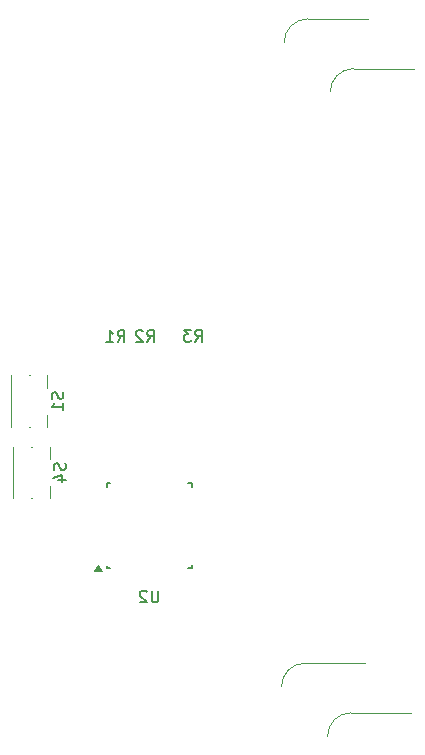
<source format=gbr>
%TF.GenerationSoftware,KiCad,Pcbnew,8.0.2*%
%TF.CreationDate,2024-05-25T17:49:00-05:00*%
%TF.ProjectId,kicad_timer,6b696361-645f-4746-996d-65722e6b6963,rev?*%
%TF.SameCoordinates,Original*%
%TF.FileFunction,Legend,Bot*%
%TF.FilePolarity,Positive*%
%FSLAX46Y46*%
G04 Gerber Fmt 4.6, Leading zero omitted, Abs format (unit mm)*
G04 Created by KiCad (PCBNEW 8.0.2) date 2024-05-25 17:49:00*
%MOMM*%
%LPD*%
G01*
G04 APERTURE LIST*
%ADD10C,0.150000*%
%ADD11C,0.120000*%
G04 APERTURE END LIST*
D10*
X137986666Y-89004819D02*
X138319999Y-88528628D01*
X138558094Y-89004819D02*
X138558094Y-88004819D01*
X138558094Y-88004819D02*
X138177142Y-88004819D01*
X138177142Y-88004819D02*
X138081904Y-88052438D01*
X138081904Y-88052438D02*
X138034285Y-88100057D01*
X138034285Y-88100057D02*
X137986666Y-88195295D01*
X137986666Y-88195295D02*
X137986666Y-88338152D01*
X137986666Y-88338152D02*
X138034285Y-88433390D01*
X138034285Y-88433390D02*
X138081904Y-88481009D01*
X138081904Y-88481009D02*
X138177142Y-88528628D01*
X138177142Y-88528628D02*
X138558094Y-88528628D01*
X137034285Y-89004819D02*
X137605713Y-89004819D01*
X137319999Y-89004819D02*
X137319999Y-88004819D01*
X137319999Y-88004819D02*
X137415237Y-88147676D01*
X137415237Y-88147676D02*
X137510475Y-88242914D01*
X137510475Y-88242914D02*
X137605713Y-88290533D01*
X133537200Y-99280595D02*
X133584819Y-99423452D01*
X133584819Y-99423452D02*
X133584819Y-99661547D01*
X133584819Y-99661547D02*
X133537200Y-99756785D01*
X133537200Y-99756785D02*
X133489580Y-99804404D01*
X133489580Y-99804404D02*
X133394342Y-99852023D01*
X133394342Y-99852023D02*
X133299104Y-99852023D01*
X133299104Y-99852023D02*
X133203866Y-99804404D01*
X133203866Y-99804404D02*
X133156247Y-99756785D01*
X133156247Y-99756785D02*
X133108628Y-99661547D01*
X133108628Y-99661547D02*
X133061009Y-99471071D01*
X133061009Y-99471071D02*
X133013390Y-99375833D01*
X133013390Y-99375833D02*
X132965771Y-99328214D01*
X132965771Y-99328214D02*
X132870533Y-99280595D01*
X132870533Y-99280595D02*
X132775295Y-99280595D01*
X132775295Y-99280595D02*
X132680057Y-99328214D01*
X132680057Y-99328214D02*
X132632438Y-99375833D01*
X132632438Y-99375833D02*
X132584819Y-99471071D01*
X132584819Y-99471071D02*
X132584819Y-99709166D01*
X132584819Y-99709166D02*
X132632438Y-99852023D01*
X132918152Y-100709166D02*
X133584819Y-100709166D01*
X132537200Y-100471071D02*
X133251485Y-100232976D01*
X133251485Y-100232976D02*
X133251485Y-100852023D01*
X141441904Y-110047319D02*
X141441904Y-110856842D01*
X141441904Y-110856842D02*
X141394285Y-110952080D01*
X141394285Y-110952080D02*
X141346666Y-110999700D01*
X141346666Y-110999700D02*
X141251428Y-111047319D01*
X141251428Y-111047319D02*
X141060952Y-111047319D01*
X141060952Y-111047319D02*
X140965714Y-110999700D01*
X140965714Y-110999700D02*
X140918095Y-110952080D01*
X140918095Y-110952080D02*
X140870476Y-110856842D01*
X140870476Y-110856842D02*
X140870476Y-110047319D01*
X140441904Y-110142557D02*
X140394285Y-110094938D01*
X140394285Y-110094938D02*
X140299047Y-110047319D01*
X140299047Y-110047319D02*
X140060952Y-110047319D01*
X140060952Y-110047319D02*
X139965714Y-110094938D01*
X139965714Y-110094938D02*
X139918095Y-110142557D01*
X139918095Y-110142557D02*
X139870476Y-110237795D01*
X139870476Y-110237795D02*
X139870476Y-110333033D01*
X139870476Y-110333033D02*
X139918095Y-110475890D01*
X139918095Y-110475890D02*
X140489523Y-111047319D01*
X140489523Y-111047319D02*
X139870476Y-111047319D01*
X144546666Y-88954819D02*
X144879999Y-88478628D01*
X145118094Y-88954819D02*
X145118094Y-87954819D01*
X145118094Y-87954819D02*
X144737142Y-87954819D01*
X144737142Y-87954819D02*
X144641904Y-88002438D01*
X144641904Y-88002438D02*
X144594285Y-88050057D01*
X144594285Y-88050057D02*
X144546666Y-88145295D01*
X144546666Y-88145295D02*
X144546666Y-88288152D01*
X144546666Y-88288152D02*
X144594285Y-88383390D01*
X144594285Y-88383390D02*
X144641904Y-88431009D01*
X144641904Y-88431009D02*
X144737142Y-88478628D01*
X144737142Y-88478628D02*
X145118094Y-88478628D01*
X144213332Y-87954819D02*
X143594285Y-87954819D01*
X143594285Y-87954819D02*
X143927618Y-88335771D01*
X143927618Y-88335771D02*
X143784761Y-88335771D01*
X143784761Y-88335771D02*
X143689523Y-88383390D01*
X143689523Y-88383390D02*
X143641904Y-88431009D01*
X143641904Y-88431009D02*
X143594285Y-88526247D01*
X143594285Y-88526247D02*
X143594285Y-88764342D01*
X143594285Y-88764342D02*
X143641904Y-88859580D01*
X143641904Y-88859580D02*
X143689523Y-88907200D01*
X143689523Y-88907200D02*
X143784761Y-88954819D01*
X143784761Y-88954819D02*
X144070475Y-88954819D01*
X144070475Y-88954819D02*
X144165713Y-88907200D01*
X144165713Y-88907200D02*
X144213332Y-88859580D01*
X133357200Y-93238095D02*
X133404819Y-93380952D01*
X133404819Y-93380952D02*
X133404819Y-93619047D01*
X133404819Y-93619047D02*
X133357200Y-93714285D01*
X133357200Y-93714285D02*
X133309580Y-93761904D01*
X133309580Y-93761904D02*
X133214342Y-93809523D01*
X133214342Y-93809523D02*
X133119104Y-93809523D01*
X133119104Y-93809523D02*
X133023866Y-93761904D01*
X133023866Y-93761904D02*
X132976247Y-93714285D01*
X132976247Y-93714285D02*
X132928628Y-93619047D01*
X132928628Y-93619047D02*
X132881009Y-93428571D01*
X132881009Y-93428571D02*
X132833390Y-93333333D01*
X132833390Y-93333333D02*
X132785771Y-93285714D01*
X132785771Y-93285714D02*
X132690533Y-93238095D01*
X132690533Y-93238095D02*
X132595295Y-93238095D01*
X132595295Y-93238095D02*
X132500057Y-93285714D01*
X132500057Y-93285714D02*
X132452438Y-93333333D01*
X132452438Y-93333333D02*
X132404819Y-93428571D01*
X132404819Y-93428571D02*
X132404819Y-93666666D01*
X132404819Y-93666666D02*
X132452438Y-93809523D01*
X133404819Y-94761904D02*
X133404819Y-94190476D01*
X133404819Y-94476190D02*
X132404819Y-94476190D01*
X132404819Y-94476190D02*
X132547676Y-94380952D01*
X132547676Y-94380952D02*
X132642914Y-94285714D01*
X132642914Y-94285714D02*
X132690533Y-94190476D01*
X140486666Y-89004819D02*
X140819999Y-88528628D01*
X141058094Y-89004819D02*
X141058094Y-88004819D01*
X141058094Y-88004819D02*
X140677142Y-88004819D01*
X140677142Y-88004819D02*
X140581904Y-88052438D01*
X140581904Y-88052438D02*
X140534285Y-88100057D01*
X140534285Y-88100057D02*
X140486666Y-88195295D01*
X140486666Y-88195295D02*
X140486666Y-88338152D01*
X140486666Y-88338152D02*
X140534285Y-88433390D01*
X140534285Y-88433390D02*
X140581904Y-88481009D01*
X140581904Y-88481009D02*
X140677142Y-88528628D01*
X140677142Y-88528628D02*
X141058094Y-88528628D01*
X140105713Y-88100057D02*
X140058094Y-88052438D01*
X140058094Y-88052438D02*
X139962856Y-88004819D01*
X139962856Y-88004819D02*
X139724761Y-88004819D01*
X139724761Y-88004819D02*
X139629523Y-88052438D01*
X139629523Y-88052438D02*
X139581904Y-88100057D01*
X139581904Y-88100057D02*
X139534285Y-88195295D01*
X139534285Y-88195295D02*
X139534285Y-88290533D01*
X139534285Y-88290533D02*
X139581904Y-88433390D01*
X139581904Y-88433390D02*
X140153332Y-89004819D01*
X140153332Y-89004819D02*
X139534285Y-89004819D01*
D11*
%TO.C,S3*%
X153860000Y-116180000D02*
X158960000Y-116180000D01*
X157760000Y-120380000D02*
X162860000Y-120380000D01*
X151860000Y-118180000D02*
G75*
G02*
X153860000Y-116180000I1999999J1D01*
G01*
X155760000Y-122380000D02*
G75*
G02*
X157760000Y-120380000I1999999J1D01*
G01*
X154080000Y-61642500D02*
X159180000Y-61642500D01*
X157980000Y-65842500D02*
X163080000Y-65842500D01*
X152080000Y-63642500D02*
G75*
G02*
X154080000Y-61642500I1999999J1D01*
G01*
X155980000Y-67842500D02*
G75*
G02*
X157980000Y-65842500I1999999J1D01*
G01*
%TO.C,S4*%
X129130000Y-97842500D02*
X129130000Y-102242500D01*
X130730000Y-97842500D02*
X130630000Y-97842500D01*
X130730000Y-102242500D02*
X130630000Y-102242500D01*
X132230000Y-98892500D02*
X132230000Y-97842500D01*
X132230000Y-102242500D02*
X132230000Y-101192500D01*
D10*
%TO.C,U2*%
X137055000Y-101242500D02*
X137055000Y-100917500D01*
X137055000Y-107942500D02*
X137055000Y-108167500D01*
X137380000Y-100917500D02*
X137055000Y-100917500D01*
X137380000Y-108167500D02*
X137055000Y-108167500D01*
X143980000Y-100917500D02*
X144305000Y-100917500D01*
X143980000Y-108167500D02*
X144305000Y-108167500D01*
X144305000Y-101242500D02*
X144305000Y-100917500D01*
X144305000Y-107842500D02*
X144305000Y-108167500D01*
D11*
X136630000Y-108352500D02*
X135950000Y-108352500D01*
X136290000Y-107882500D01*
X136630000Y-108352500D01*
G36*
X136630000Y-108352500D02*
G01*
X135950000Y-108352500D01*
X136290000Y-107882500D01*
X136630000Y-108352500D01*
G37*
%TO.C,S1*%
X128950000Y-91800000D02*
X128950000Y-96200000D01*
X130550000Y-91800000D02*
X130450000Y-91800000D01*
X130550000Y-96200000D02*
X130450000Y-96200000D01*
X132050000Y-92850000D02*
X132050000Y-91800000D01*
X132050000Y-96200000D02*
X132050000Y-95150000D01*
%TD*%
M02*

</source>
